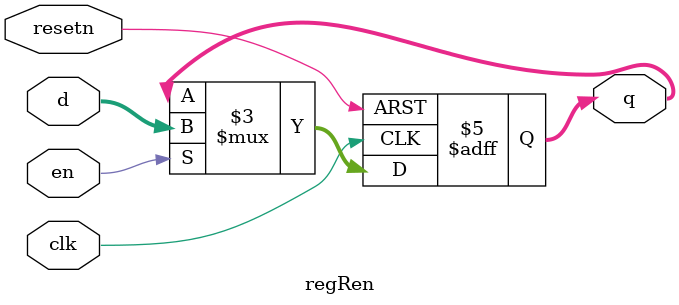
<source format=v>
/*
 * SPI interface for the Nexys4 DDR board running at 50 MHz
 *
 * 17 March 2017
 */

module mfp_ahb_spi(
           input        clk,
           input        resetn,
           input [7:0]  data,
           input        cmdb,
           input        send,
           output       done,
           output       sdo,
           output       rs,
           output       sck);

  wire transmitDone, transmit, slowclk, enClk; 
  wire [7:0] sendData;

  clockdiv clockdiv(clk, resetn, slowclk);
  regRen #(9) sendDataReg(clk, resetn, done, 
                         {cmdb, data}, {rs, sendData});
  SPIinitsendFSM SPIinitsendFSM(clk, resetn, send, transmitDone,
                                transmit, done);
  SPItransmitFSM SPItransmitFSM(slowclk, resetn, transmit, sendData,
                        transmitDone, sdo, enClk);
  assign sck = slowclk & enClk;   
  
endmodule


// Slow clock (~1 kHz) for SPI transmission
module clockdiv(input  clk,
                input  resetn,
                output clkdiv);

  reg [15:0] cnt;

  always @(posedge clk, negedge resetn)
    if (~resetn)
      cnt    <=  16'b0;
    else
      cnt <= cnt + 1;

  assign clkdiv = cnt[15];
endmodule

module SPIinitsendFSM(input  clk, 
                      input  resetn, 
                      input  send, transmitDone,
                      output transmit, done);

   reg  [1:0] state, nextstate;

   parameter noData = 2'b00;
   parameter start  = 2'b01;
   parameter finish = 2'b10;

   // State Register
   always @(posedge clk, negedge resetn)
      if (~resetn) state <= noData;
      else         state <= nextstate;

   // Next State Logic
   always @(*)
      case (state)
         noData: if (send)         nextstate = start;
                 else              nextstate = noData;
         start:  if (transmitDone) nextstate = finish;
                 else              nextstate = start;
         finish: if (transmitDone) nextstate = finish;
                 else              nextstate = noData;
         default:                  nextstate = noData;
      endcase

   // Output Logic
   assign done =     (state == noData);
   assign transmit = (state == start);
endmodule

module SPItransmitFSM(input       clk, 
                      input       resetn, 
                      input       transmit, 
                      input [7:0] data,
                      output      transmitDone, 
                      output reg  sdo, enClk);

   reg  [3:0] state, nextstate;

   parameter init   = 4'b1111;
   parameter S0     = 4'b0000;
   parameter S1     = 4'b0001;
   parameter S2     = 4'b0010;
   parameter S3     = 4'b0011;
   parameter S4     = 4'b0100;
   parameter S5     = 4'b0101;
   parameter S6     = 4'b0110;
   parameter S7     = 4'b0111;
   parameter finish = 4'b1000;

   // State Register
   always @(negedge clk, negedge resetn)
      if (~resetn) state <= init;
      else         state <= nextstate;

   // Next State Logic
   always @(*)
      case (state)
         init: if (transmit)   nextstate = S7;
               else            nextstate = init;
         S7:                   nextstate = S6;
         S6:                   nextstate = S5;
         S5:                   nextstate = S4;
         S4:                   nextstate = S3;
         S3:                   nextstate = S2;
         S2:                   nextstate = S1;
         S1:                   nextstate = S0;
         S0:                   nextstate = finish;
         finish: if (transmit) nextstate = finish;
                 else          nextstate = init;
         default:              nextstate = init;
      endcase

   // Output Logic
   assign transmitDone = (state == finish);
   always @(*)
      case (state)
         init:    begin sdo = 1'b0;    enClk = 1'b0; end
         S0:      begin sdo = data[0]; enClk = 1'b1; end 
         S1:      begin sdo = data[1]; enClk = 1'b1; end 
         S2:      begin sdo = data[2]; enClk = 1'b1; end 
         S3:      begin sdo = data[3]; enClk = 1'b1; end 
         S4:      begin sdo = data[4]; enClk = 1'b1; end 
         S5:      begin sdo = data[5]; enClk = 1'b1; end 
         S6:      begin sdo = data[6]; enClk = 1'b1; end 
         S7:      begin sdo = data[7]; enClk = 1'b1; end 
         finish:  begin sdo = 1'b0;    enClk = 1'b0; end 
         default: begin sdo = 1'b0;    enClk = 1'b0; end 
      endcase
endmodule

module regRen
#(parameter WIDTH=32)
(           input                    clk, 
            input                    resetn, 
            input                    en,
            input      [(WIDTH-1):0] d, 
            output reg [(WIDTH-1):0] q);

  always @(posedge clk, negedge resetn)
    if (~resetn)
      q <= 0;
    else if (en)
      q <= d;

endmodule
      

</source>
